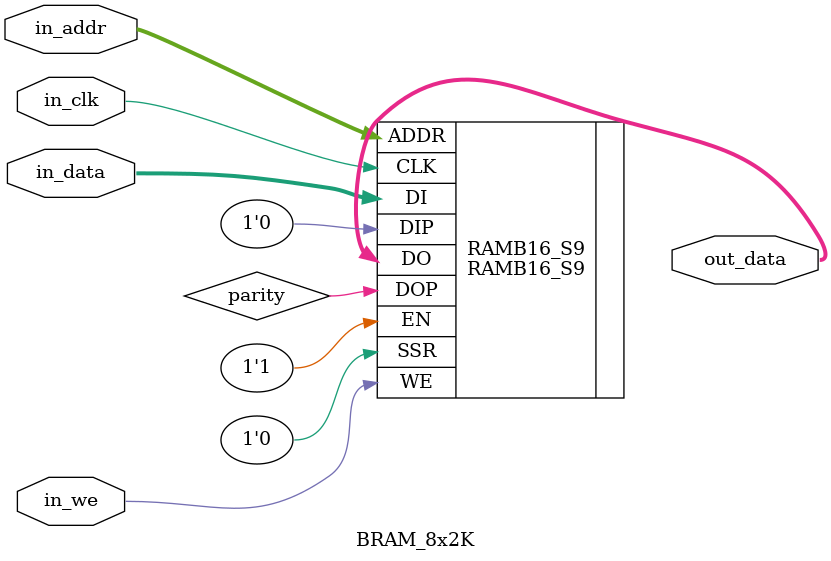
<source format=v>
module BRAM_8x2K(in_clk, in_we, in_addr, in_data, out_data);
    
	input wire in_clk, in_we;
    input wire [10:0] in_addr;
	input wire [7:0] in_data;
    output wire [7:0] out_data;
	
	wire parity;

   RAMB16_S9 #(
		.INIT(9'h000),				// Value of output RAM registers at startup
		.SRVAL(9'h000),				// Output value upon SSR assertion
		.WRITE_MODE("NO_CHANGE")	// WRITE_FIRST, READ_FIRST or NO_CHANGE
	) RAMB16_S9 (
		.DO(out_data),		// 8-bit Data Output
		.DOP(parity),		// 1-bit parity Output
		.ADDR(in_addr),		// 11-bit Address Input
		.CLK(in_clk),		// Clock
		.DI(in_data),		// 8-bit Data Input
		.DIP(1'b0),			// 1-bit parity Input
		.EN(1'b1),			// RAM Enable Input
		.SSR(1'b0),			// Synchronous Set/Reset Input
		.WE(in_we)			// Write Enable Input
   );

endmodule

</source>
